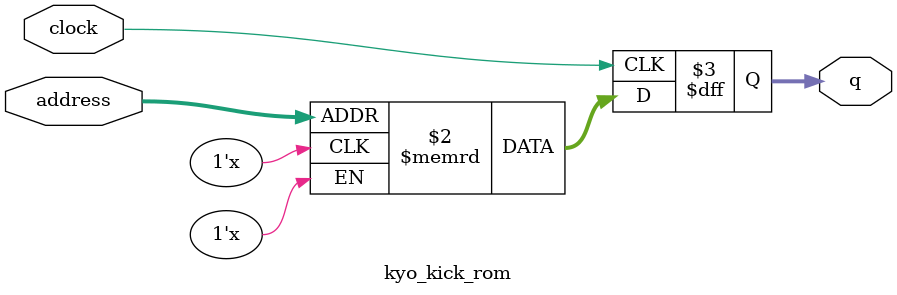
<source format=sv>
module kyo_kick_rom (
	input logic clock,
	input logic [16:0] address,
	output logic [2:0] q
);

logic [2:0] memory [0:86015] /* synthesis ram_init_file = "./kyo_kick/kyo_kick.COE" */;

always_ff @ (posedge clock) begin
	q <= memory[address];
end

endmodule

</source>
